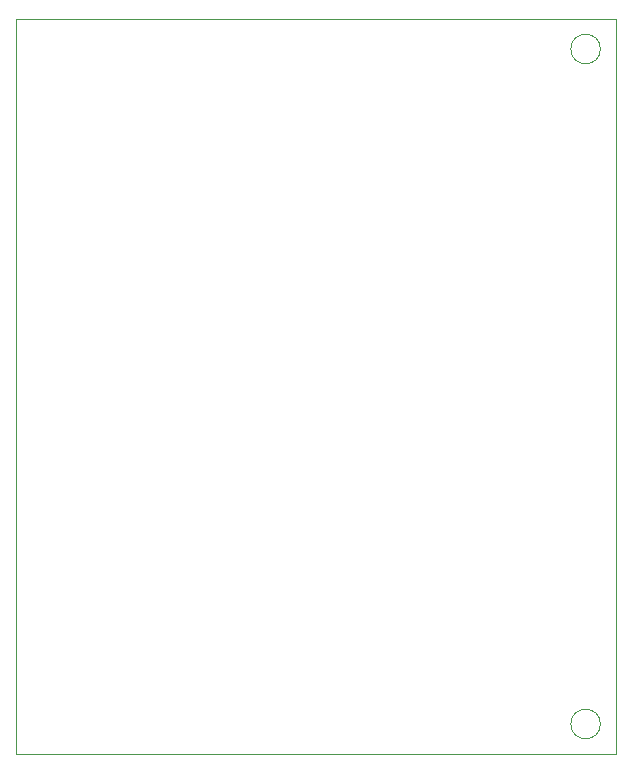
<source format=gbr>
%TF.GenerationSoftware,KiCad,Pcbnew,6.0.9-8da3e8f707~117~ubuntu22.04.1*%
%TF.CreationDate,2022-12-18T22:44:04+01:00*%
%TF.ProjectId,rpi-dev-board,7270692d-6465-4762-9d62-6f6172642e6b,rev?*%
%TF.SameCoordinates,Original*%
%TF.FileFunction,Profile,NP*%
%FSLAX46Y46*%
G04 Gerber Fmt 4.6, Leading zero omitted, Abs format (unit mm)*
G04 Created by KiCad (PCBNEW 6.0.9-8da3e8f707~117~ubuntu22.04.1) date 2022-12-18 22:44:04*
%MOMM*%
%LPD*%
G01*
G04 APERTURE LIST*
%TA.AperFunction,Profile*%
%ADD10C,0.100000*%
%TD*%
G04 APERTURE END LIST*
D10*
X138410000Y-60960000D02*
G75*
G03*
X138410000Y-60960000I-1250000J0D01*
G01*
X88900000Y-58420000D02*
X139700000Y-58420000D01*
X139700000Y-58420000D02*
X139700000Y-120650000D01*
X139700000Y-120650000D02*
X88900000Y-120650000D01*
X88900000Y-120650000D02*
X88900000Y-58420000D01*
X138410000Y-118110000D02*
G75*
G03*
X138410000Y-118110000I-1250000J0D01*
G01*
M02*

</source>
